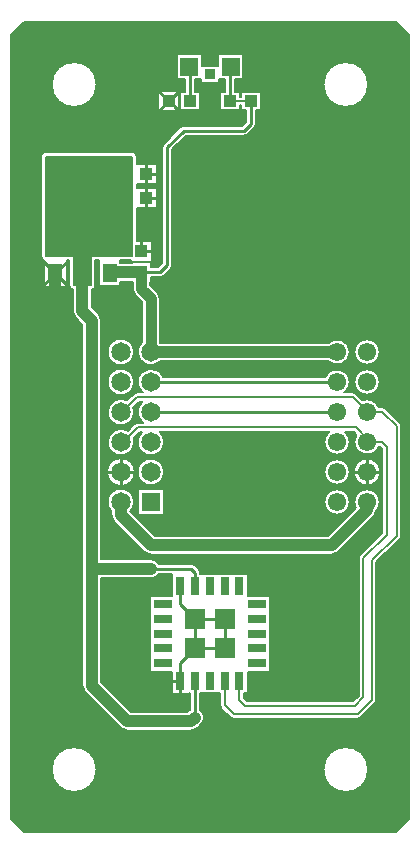
<source format=gbr>
G04 DesignSpark PCB PRO Gerber Version 10.0 Build 5299*
G04 #@! TF.Part,Single*
G04 #@! TF.FileFunction,Copper,L1,Top*
G04 #@! TF.FilePolarity,Positive*
%FSLAX35Y35*%
%MOIN*%
G04 #@! TA.AperFunction,SMDPad,CuDef*
%ADD133R,0.03150X0.05906*%
%ADD119R,0.03937X0.04291*%
%ADD131R,0.04724X0.06299*%
%ADD132R,0.12992X0.12992*%
%ADD137R,0.03543X0.03543*%
%ADD136R,0.05906X0.05906*%
G04 #@! TA.AperFunction,ComponentPad*
%ADD129R,0.06496X0.06496*%
G04 #@! TA.AperFunction,SMDPad,CuDef*
%ADD135R,0.07087X0.07087*%
G04 #@! TD.AperFunction*
%ADD106C,0.00500*%
%ADD108C,0.00787*%
%ADD111C,0.00984*%
%ADD109C,0.01000*%
G04 #@! TA.AperFunction,ViaPad*
%ADD112C,0.03543*%
G04 #@! TD.AperFunction*
%ADD128C,0.03937*%
G04 #@! TA.AperFunction,ComponentPad*
%ADD115C,0.06102*%
%ADD130C,0.06496*%
G04 #@! TA.AperFunction,SMDPad,CuDef*
%ADD134R,0.05906X0.03150*%
%ADD120R,0.04291X0.03937*%
G04 #@! TD.AperFunction*
X0Y0D02*
D02*
D106*
X85965Y246850D02*
X80965D01*
D02*
D108*
X6974Y268984D02*
Y7394D01*
X11331Y3037D01*
X135126D01*
X139482Y7394D01*
Y268984D01*
X135126Y273341D01*
X11331D01*
X6974Y268984D01*
X136546Y139578D02*
G75*
G02*
X137008Y138465I-1113J-1114D01*
G01*
Y101969D01*
G75*
G02*
X136546Y100855I-1575J0D01*
G01*
X128740Y93048D01*
Y47244D01*
G75*
G02*
X128279Y46131I-1575J0D01*
G01*
X123554Y41406D01*
G75*
G02*
X122439Y40945I-1114J1113D01*
G01*
X81105D01*
G75*
G02*
X79989Y41406I-2J1575D01*
G01*
X77036Y44359D01*
G75*
G02*
X76575Y45472I1113J1114D01*
G01*
Y49409D01*
X69783D01*
Y44007D01*
G75*
G02*
X70337Y39111I-1673J-2669D01*
G01*
X69156Y37930D01*
G75*
G02*
X66925Y37008I-2227J2227D01*
G01*
X45669D01*
G75*
G02*
X43439Y37933I0J3150D01*
G01*
X31634Y49739D01*
G75*
G02*
X30709Y51969I2224J2230D01*
G01*
Y172317D01*
X28498Y174528D01*
G75*
G02*
X27576Y176755I2227J2227D01*
G01*
G75*
G02*
Y176756I1327J1D01*
G01*
G75*
G02*
Y176759I1195J2D01*
G01*
Y183904D01*
G75*
G02*
X26378Y185433I377J1529D01*
G01*
Y193701D01*
X25425D01*
Y184850D01*
X17913D01*
Y193816D01*
G75*
G02*
X16929Y195276I591J1460D01*
G01*
Y228346D01*
G75*
G02*
X18504Y229921I1575J0D01*
G01*
X47244D01*
G75*
G02*
X48819Y228346I0J-1575D01*
G01*
Y225803D01*
X55465D01*
Y219079D01*
X48819D01*
Y217929D01*
X55465D01*
Y211205D01*
X48819D01*
Y200346D01*
X53756D01*
Y193268D01*
X47031D01*
Y193701D01*
X43323D01*
Y192957D01*
X47244D01*
Y193134D01*
X53543D01*
Y191437D01*
X56000D01*
X57382Y192819D01*
Y231496D01*
G75*
G02*
X57874Y232681I1673J0D01*
G01*
X63382Y238189D01*
G75*
G02*
X64567Y238681I1185J-1181D01*
G01*
X83953D01*
X85291Y240020D01*
Y243701D01*
X83638D01*
Y245419D01*
X83291D01*
Y243701D01*
X76638D01*
Y250000D01*
X78291D01*
Y254134D01*
X76181D01*
Y252756D01*
X70276D01*
Y254134D01*
X68165D01*
Y250000D01*
X69819D01*
Y243701D01*
X63165D01*
Y250000D01*
X64819D01*
Y254134D01*
X62205D01*
Y262402D01*
X70472D01*
Y258661D01*
X75984D01*
Y262402D01*
X84252D01*
Y254134D01*
X81638D01*
Y250000D01*
X83291D01*
Y248281D01*
X83638D01*
Y250000D01*
X90291D01*
Y243701D01*
X88638D01*
Y239327D01*
G75*
G02*
X88146Y238142I-1673J0D01*
G01*
X85831Y235827D01*
G75*
G02*
X84646Y235335I-1185J1181D01*
G01*
X65260D01*
X60728Y230803D01*
Y192126D01*
G75*
G02*
X60236Y190941I-1673J0D01*
G01*
X57878Y188583D01*
G75*
G02*
X56693Y188091I-1185J1181D01*
G01*
X53543D01*
Y186480D01*
X53346D01*
Y185475D01*
X55630Y183191D01*
G75*
G02*
X56496Y181102I-2087J-2089D01*
G01*
Y166490D01*
G75*
G02*
X56657Y166339I-2951J-3304D01*
G01*
X112763D01*
G75*
G02*
X119823Y163189I2827J-3150D01*
G01*
G75*
G02*
X112763Y160039I-4232J0D01*
G01*
X56657D01*
G75*
G02*
X49114Y163189I-3114J3150D01*
G01*
G75*
G02*
X50591Y166490I4429J0D01*
G01*
Y179879D01*
X48307Y182163D01*
G75*
G02*
X47441Y184252I2087J2089D01*
G01*
Y186480D01*
X47244D01*
Y186657D01*
X43323D01*
Y185063D01*
X36236D01*
Y193701D01*
X35039D01*
Y185433D01*
G75*
G02*
X33875Y183913I-1575J0D01*
G01*
Y178060D01*
X36085Y175849D01*
G75*
G02*
X37008Y173622I-2227J-2227D01*
G01*
G75*
G02*
Y173621I-1327J0D01*
G01*
G75*
G02*
Y173618I-1195J-2D01*
G01*
Y94094D01*
X53543D01*
G75*
G02*
X56212Y92618I0J-3150D01*
G01*
X66929D01*
G75*
G02*
X68114Y92126I0J-1673D01*
G01*
X69488Y90752D01*
G75*
G02*
X69980Y89567I-1181J-1185D01*
G01*
Y89173D01*
X85827D01*
Y81890D01*
X93110D01*
Y56693D01*
X85827D01*
Y49409D01*
X84646D01*
Y47896D01*
X85692Y46850D01*
X121001D01*
X122835Y48684D01*
Y94488D01*
G75*
G02*
X123296Y95602I1575J0D01*
G01*
X130709Y103015D01*
Y130962D01*
X130056Y131614D01*
X129519D01*
G75*
G02*
X121358Y133189I-3928J1575D01*
G01*
G75*
G02*
X122073Y135543I4232J0D01*
G01*
X121119Y136496D01*
X118231D01*
G75*
G02*
X119823Y133189I-2641J-3307D01*
G01*
G75*
G02*
X111358I-4232J0D01*
G01*
G75*
G02*
X112950Y136496I4232J0D01*
G01*
X56489D01*
G75*
G02*
X57972Y133189I-2946J-3307D01*
G01*
G75*
G02*
X49114I-4429J0D01*
G01*
G75*
G02*
X50597Y136496I4429J0D01*
G01*
X49747D01*
X47769Y134518D01*
G75*
G02*
X47972Y133189I-4225J-1328D01*
G01*
G75*
G02*
X39114I-4429J0D01*
G01*
G75*
G02*
X45798Y137001I4429J0D01*
G01*
X47981Y139184D01*
G75*
G02*
X49097Y139646I1114J-1113D01*
G01*
X50886D01*
G75*
G02*
X50688Y146575I2657J3543D01*
G01*
X49589D01*
X47709Y144694D01*
G75*
G02*
X47972Y143189I-4165J-1506D01*
G01*
G75*
G02*
X39114I-4429J0D01*
G01*
G75*
G02*
X45647Y147087I4429J0D01*
G01*
X47824Y149263D01*
G75*
G02*
X48939Y149724I1114J-1113D01*
G01*
X50784D01*
G75*
G02*
X49114Y153189I2759J3465D01*
G01*
G75*
G02*
X57644Y154862I4429J0D01*
G01*
X111703D01*
G75*
G02*
X119823Y153189I3887J-1673D01*
G01*
G75*
G02*
X118021Y149724I-4232J0D01*
G01*
X120746D01*
G75*
G02*
X121861Y149263I2J-1575D01*
G01*
X124010Y147115D01*
G75*
G02*
X129519Y144764I1581J-3926D01*
G01*
X130706D01*
G75*
G02*
X131822Y144302I2J-1575D01*
G01*
X136546Y139578D01*
X38902Y123189D02*
G75*
G02*
X48185I4642J0D01*
G01*
G75*
G02*
X38902I-4642J0D01*
G01*
X121358Y113189D02*
G75*
G02*
X129823I4232J0D01*
G01*
G75*
G02*
X128728Y110348I-4232J0D01*
G01*
G75*
G02*
X127815Y108400I-3137J282D01*
G01*
X116009Y96594D01*
G75*
G02*
X113780Y95669I-2230J2224D01*
G01*
X53543D01*
G75*
G02*
X51313Y96594I0J3150D01*
G01*
X41319Y106589D01*
G75*
G02*
X40394Y108819I2224J2230D01*
G01*
Y110075D01*
G75*
G02*
X39114Y113189I3150J3114D01*
G01*
G75*
G02*
X47972I4429J0D01*
G01*
G75*
G02*
X46717Y110100I-4429J0D01*
G01*
X54848Y101969D01*
X112475D01*
X121804Y111298D01*
G75*
G02*
X121358Y113189I3786J1891D01*
G01*
X39114Y153189D02*
G75*
G02*
X47972I4429J0D01*
G01*
G75*
G02*
X39114I-4429J0D01*
G01*
Y163189D02*
G75*
G02*
X47972I4429J0D01*
G01*
G75*
G02*
X39114I-4429J0D01*
G01*
X121146Y123189D02*
G75*
G02*
X130035I4445J0D01*
G01*
G75*
G02*
X121146I-4445J0D01*
G01*
X111358Y113189D02*
G75*
G02*
X119823I4232J0D01*
G01*
G75*
G02*
X111358I-4232J0D01*
G01*
Y123189D02*
G75*
G02*
X119823I4232J0D01*
G01*
G75*
G02*
X111358I-4232J0D01*
G01*
X49114Y117618D02*
X57972D01*
Y108760D01*
X49114D01*
Y117618D01*
Y123189D02*
G75*
G02*
X57972I4429J0D01*
G01*
G75*
G02*
X49114I-4429J0D01*
G01*
X111024Y24016D02*
G75*
G02*
X125984I7480J0D01*
G01*
G75*
G02*
X111024I-7480J0D01*
G01*
X20472D02*
G75*
G02*
X35433I7480J0D01*
G01*
G75*
G02*
X20472I-7480J0D01*
G01*
Y252362D02*
G75*
G02*
X35433I7480J0D01*
G01*
G75*
G02*
X20472I-7480J0D01*
G01*
X55953Y250213D02*
X63031D01*
Y243488D01*
X55953D01*
Y250213D01*
X111024Y252362D02*
G75*
G02*
X125984I7480J0D01*
G01*
G75*
G02*
X111024I-7480J0D01*
G01*
X121358Y153189D02*
G75*
G02*
X129823I4232J0D01*
G01*
G75*
G02*
X121358I-4232J0D01*
G01*
Y163189D02*
G75*
G02*
X129823I4232J0D01*
G01*
G75*
G02*
X121358I-4232J0D01*
G01*
X7368Y24016D02*
G36*
X7368Y24016D02*
Y7000D01*
X10937Y3431D01*
X135519D01*
X139089Y7000D01*
Y24016D01*
X125984D01*
G75*
G02*
X111024I-7480J0D01*
G01*
X35433D01*
G75*
G02*
X20472I-7480J0D01*
G01*
X7368D01*
G37*
Y106644D02*
G36*
X7368Y106644D02*
Y24016D01*
X20472D01*
G75*
G02*
X35433I7480J0D01*
G01*
X111024D01*
G75*
G02*
X125984I7480J0D01*
G01*
X139089D01*
Y106644D01*
X137008D01*
Y101969D01*
G75*
G02*
X136546Y100855I-1575J0D01*
G01*
X128740Y93048D01*
Y47244D01*
G75*
G02*
X128279Y46131I-1575J0D01*
G01*
X123554Y41406D01*
G75*
G02*
X122439Y40945I-1114J1115D01*
G01*
X81105D01*
G75*
G02*
X79989Y41406I-2J1576D01*
G01*
X77036Y44359D01*
G75*
G02*
X76575Y45472I1114J1114D01*
G01*
Y49409D01*
X69783D01*
Y44007D01*
G75*
G02*
X71260Y41339I-1674J-2669D01*
G01*
G75*
G02*
X70337Y39111I-3150J0D01*
G01*
X69156Y37930D01*
G75*
G02*
X66925Y37008I-2228J2229D01*
G01*
X45669D01*
G75*
G02*
X43439Y37933I0J3151D01*
G01*
X31634Y49739D01*
G75*
G02*
X30709Y51969I2226J2230D01*
G01*
Y106644D01*
X7368D01*
G37*
X37008D02*
G36*
X37008Y106644D02*
Y94094D01*
X53543D01*
G75*
G02*
X56212Y92618I0J-3150D01*
G01*
X66929D01*
G75*
G02*
X68114Y92126I0J-1672D01*
G01*
X69488Y90752D01*
G75*
G02*
X69980Y89567I-1181J-1185D01*
G01*
Y89173D01*
X85827D01*
Y81890D01*
X93110D01*
Y56693D01*
X85827D01*
Y49409D01*
X84646D01*
Y47896D01*
X85692Y46850D01*
X121001D01*
X122835Y48684D01*
Y94488D01*
G75*
G02*
X123296Y95602I1575J0D01*
G01*
X130709Y103015D01*
Y106644D01*
X126059D01*
X116009Y96594D01*
G75*
G02*
X113780Y95669I-2230J2226D01*
G01*
X53543D01*
G75*
G02*
X51313Y96594I0J3151D01*
G01*
X41319Y106589D01*
G75*
G02*
X41265Y106644I2227J2233D01*
G01*
X37008D01*
G37*
X50173D02*
G36*
X50173Y106644D02*
X54848Y101969D01*
X112475D01*
X117150Y106644D01*
X50173D01*
G37*
X7368Y113189D02*
G36*
X7368Y113189D02*
Y106644D01*
X30709D01*
Y113189D01*
X7368D01*
G37*
X37008D02*
G36*
X37008Y113189D02*
Y106644D01*
X41265D01*
G75*
G02*
X40394Y108819I2279J2176D01*
G01*
Y110075D01*
G75*
G02*
X39114Y113189I3149J3114D01*
G01*
Y113189D01*
X37008D01*
G37*
X47972D02*
G36*
X47972Y113189D02*
G75*
G02*
X46717Y110100I-4430J1D01*
G01*
X50173Y106644D01*
X117150D01*
X121804Y111298D01*
G75*
G02*
X121358Y113189I3785J1891D01*
G01*
X119823D01*
G75*
G02*
X111358I-4232J0D01*
G01*
X57972D01*
Y108760D01*
X49114D01*
Y113189D01*
X47972D01*
G37*
X127815Y108400D02*
G36*
X127815Y108400D02*
X126059Y106644D01*
X130709D01*
Y113189D01*
X129823D01*
G75*
G02*
X128728Y110348I-4234J1D01*
G01*
G75*
G02*
X127815Y108400I-3140J283D01*
G01*
G37*
X137008Y113189D02*
G36*
X137008Y113189D02*
Y106644D01*
X139089D01*
Y113189D01*
X137008D01*
G37*
X7368Y123189D02*
G36*
X7368Y123189D02*
Y113189D01*
X30709D01*
Y123189D01*
X7368D01*
G37*
X37008D02*
G36*
X37008Y123189D02*
Y113189D01*
X39114D01*
G75*
G02*
X47972I4429J0D01*
G01*
X49114D01*
Y117618D01*
X57972D01*
Y113189D01*
X111358D01*
G75*
G02*
X119823I4232J0D01*
G01*
X121358D01*
G75*
G02*
X129823I4232J0D01*
G01*
X130709D01*
Y123189D01*
X130035D01*
G75*
G02*
X121146I-4445J0D01*
G01*
X119823D01*
G75*
G02*
X111358I-4232J0D01*
G01*
X57972D01*
G75*
G02*
X49114I-4429J0D01*
G01*
X48185D01*
G75*
G02*
X38902I-4642J0D01*
G01*
X37008D01*
G37*
X137008D02*
G36*
X137008Y123189D02*
Y113189D01*
X139089D01*
Y123189D01*
X137008D01*
G37*
X7368Y149705D02*
G36*
X7368Y149705D02*
Y123189D01*
X30709D01*
Y149705D01*
X7368D01*
G37*
X37008D02*
G36*
X37008Y149705D02*
Y123189D01*
X38902D01*
G75*
G02*
X48185I4642J0D01*
G01*
X49114D01*
G75*
G02*
X57972I4429J0D01*
G01*
X111358D01*
G75*
G02*
X119823I4232J0D01*
G01*
X121146D01*
G75*
G02*
X130035I4445J0D01*
G01*
X130709D01*
Y130962D01*
X130056Y131614D01*
X129519D01*
G75*
G02*
X121358Y133189I-3928J1575D01*
G01*
G75*
G02*
X122073Y135543I4235J0D01*
G01*
X121119Y136496D01*
X118231D01*
G75*
G02*
X119823Y133189I-2641J-3307D01*
G01*
G75*
G02*
X111358I-4232J0D01*
G01*
G75*
G02*
X112950Y136496I4232J0D01*
G01*
X56489D01*
G75*
G02*
X57972Y133189I-2946J-3307D01*
G01*
G75*
G02*
X49114I-4429J0D01*
G01*
G75*
G02*
X50597Y136496I4429J0D01*
G01*
X49747D01*
X47769Y134518D01*
G75*
G02*
X47972Y133190I-4219J-1328D01*
G01*
G75*
G02*
Y133189I-4834J0D01*
G01*
G75*
G02*
X39114I-4429J0D01*
G01*
G75*
G02*
X45798Y137001I4429J0D01*
G01*
X47981Y139184D01*
G75*
G02*
X49097Y139646I1114J-1115D01*
G01*
X50886D01*
G75*
G02*
X49114Y143189I2657J3544D01*
G01*
G75*
G02*
X50688Y146575I4429J0D01*
G01*
X49589D01*
X47709Y144694D01*
G75*
G02*
X47972Y143189I-4167J-1506D01*
G01*
G75*
G02*
X39114I-4429J0D01*
G01*
G75*
G02*
X45647Y147087I4429J0D01*
G01*
X47824Y149263D01*
G75*
G02*
X48689Y149705I1114J-1115D01*
G01*
X46278D01*
G75*
G02*
X40809I-2735J3485D01*
G01*
X37008D01*
G37*
X120996D02*
G36*
X120996Y149705D02*
G75*
G02*
X121861Y149263I-248J-1556D01*
G01*
X124010Y147115D01*
G75*
G02*
X129519Y144764I1581J-3926D01*
G01*
X130706D01*
G75*
G02*
X131822Y144302I2J-1576D01*
G01*
X136546Y139578D01*
G75*
G02*
X137008Y138465I-1114J-1114D01*
G01*
Y123189D01*
X139089D01*
Y149705D01*
X127993D01*
G75*
G02*
X123188I-2402J3484D01*
G01*
X120996D01*
G37*
X7368Y163189D02*
G36*
X7368Y163189D02*
Y149705D01*
X30709D01*
Y163189D01*
X7368D01*
G37*
X37008D02*
G36*
X37008Y163189D02*
Y149705D01*
X40809D01*
G75*
G02*
X39114Y153189I2735J3484D01*
G01*
G75*
G02*
X47972I4429J0D01*
G01*
G75*
G02*
X46278Y149705I-4429J0D01*
G01*
X48689D01*
G75*
G02*
X48939Y149724I248J-1558D01*
G01*
X50784D01*
G75*
G02*
X49114Y153189I2761J3465D01*
G01*
G75*
G02*
X57644Y154862I4429J0D01*
G01*
X111703D01*
G75*
G02*
X119823Y153189I3887J-1673D01*
G01*
Y153189D01*
G75*
G02*
X118021Y149724I-4231J0D01*
G01*
X120746D01*
G75*
G02*
X120996Y149705I2J-1578D01*
G01*
X123188D01*
G75*
G02*
X121358Y153189I2402J3484D01*
G01*
G75*
G02*
X129823I4232J0D01*
G01*
G75*
G02*
X127993Y149705I-4232J0D01*
G01*
X139089D01*
Y163189D01*
X129823D01*
G75*
G02*
X121358I-4232J0D01*
G01*
X119823D01*
G75*
G02*
X112763Y160039I-4232J0D01*
G01*
X56657D01*
G75*
G02*
X49114Y163189I-3114J3150D01*
G01*
X47972D01*
G75*
G02*
X39114I-4429J0D01*
G01*
X37008D01*
G37*
X7368Y246850D02*
G36*
X7368Y246850D02*
Y163189D01*
X30709D01*
Y172317D01*
X28498Y174528D01*
G75*
G02*
X27576Y176755I2227J2227D01*
G01*
Y176755D01*
Y176756D01*
Y176759D01*
Y183904D01*
G75*
G02*
X26378Y185433I377J1529D01*
G01*
Y185433D01*
Y193701D01*
X25425D01*
Y184850D01*
X17913D01*
Y193816D01*
G75*
G02*
X16929Y195275I590J1459D01*
G01*
Y195276D01*
Y228346D01*
G75*
G02*
X18504Y229921I1575J0D01*
G01*
X47244D01*
G75*
G02*
X48819Y228346I0J-1575D01*
G01*
Y225803D01*
X55465D01*
Y219079D01*
X48819D01*
Y217929D01*
X55465D01*
Y211205D01*
X48819D01*
Y200346D01*
X53756D01*
Y193268D01*
X47031D01*
Y193701D01*
X43323D01*
Y192957D01*
X47244D01*
Y193134D01*
X53543D01*
Y191437D01*
X56000D01*
X57382Y192819D01*
Y231496D01*
G75*
G02*
X57874Y232681I1673J0D01*
G01*
X63382Y238189D01*
G75*
G02*
X64567Y238681I1185J-1180D01*
G01*
X83953D01*
X85291Y240020D01*
Y243701D01*
X83638D01*
Y245419D01*
X83291D01*
Y243701D01*
X76638D01*
Y246850D01*
X69819D01*
Y243701D01*
X63165D01*
Y246850D01*
X63031D01*
Y243488D01*
X55953D01*
Y246850D01*
X33010D01*
G75*
G02*
X22896I-5057J5512D01*
G01*
X7368D01*
G37*
X33875Y183913D02*
G36*
X33875Y183913D02*
Y178060D01*
X36085Y175849D01*
G75*
G02*
X37008Y173622I-2227J-2227D01*
G01*
Y173622D01*
Y173621D01*
Y173618D01*
Y163189D01*
X39114D01*
G75*
G02*
X47972I4429J0D01*
G01*
X49114D01*
Y163189D01*
G75*
G02*
X50591Y166490I4428J0D01*
G01*
Y179879D01*
X48307Y182163D01*
G75*
G02*
X47441Y184252I2087J2089D01*
G01*
Y186480D01*
X47244D01*
Y186657D01*
X43323D01*
Y185063D01*
X36236D01*
Y193701D01*
X35039D01*
Y185433D01*
Y185433D01*
G75*
G02*
X33875Y183913I-1574J0D01*
G01*
G37*
X53346Y186480D02*
G36*
X53346Y186480D02*
Y185475D01*
X55630Y183191D01*
G75*
G02*
X56496Y181102I-2087J-2089D01*
G01*
Y166490D01*
G75*
G02*
X56657Y166339I-3259J-3632D01*
G01*
X112763D01*
G75*
G02*
X119823Y163189I2827J-3150D01*
G01*
X121358D01*
G75*
G02*
X129823I4232J0D01*
G01*
X139089D01*
Y246850D01*
X123561D01*
G75*
G02*
X113447I-5057J5512D01*
G01*
X90291D01*
Y243701D01*
X88638D01*
Y239327D01*
G75*
G02*
X88146Y238142I-1673J0D01*
G01*
X85831Y235827D01*
G75*
G02*
X84646Y235335I-1185J1180D01*
G01*
X65260D01*
X60728Y230803D01*
Y192126D01*
G75*
G02*
X60236Y190941I-1673J0D01*
G01*
X57878Y188583D01*
G75*
G02*
X56693Y188091I-1185J1180D01*
G01*
X53543D01*
Y186480D01*
X53346D01*
G37*
X7368Y252362D02*
G36*
X7368Y252362D02*
Y246850D01*
X22896D01*
G75*
G02*
X20472Y252362I5057J5512D01*
G01*
X7368D01*
G37*
X35433D02*
G36*
X35433Y252362D02*
G75*
G02*
X33010Y246850I-7480J0D01*
G01*
X55953D01*
Y250213D01*
X63031D01*
Y246850D01*
X63165D01*
Y250000D01*
X64819D01*
Y252362D01*
X35433D01*
G37*
X68165D02*
G36*
X68165Y252362D02*
Y250000D01*
X69819D01*
Y246850D01*
X76638D01*
Y250000D01*
X78291D01*
Y252362D01*
X68165D01*
G37*
X81638D02*
G36*
X81638Y252362D02*
Y250000D01*
X83291D01*
Y248281D01*
X83638D01*
Y250000D01*
X90291D01*
Y246850D01*
X113447D01*
G75*
G02*
X111024Y252362I5057J5512D01*
G01*
X81638D01*
G37*
X125984D02*
G36*
X125984Y252362D02*
G75*
G02*
X123561Y246850I-7480J0D01*
G01*
X139089D01*
Y252362D01*
X125984D01*
G37*
X7368Y269378D02*
G36*
X7368Y269378D02*
Y252362D01*
X20472D01*
G75*
G02*
X35433I7480J0D01*
G01*
X64819D01*
Y254134D01*
X62205D01*
Y262402D01*
X70472D01*
Y258661D01*
X75984D01*
Y262402D01*
X84252D01*
Y254134D01*
X81638D01*
Y252362D01*
X111024D01*
G75*
G02*
X125984I7480J0D01*
G01*
X139089D01*
Y269378D01*
X135519Y272947D01*
X10937D01*
X7368Y269378D01*
G37*
X68165Y254134D02*
G36*
X68165Y254134D02*
Y252362D01*
X78291D01*
Y254134D01*
X76181D01*
Y252756D01*
X70276D01*
Y254134D01*
X68165D01*
G37*
X27953Y195276D02*
Y185433D01*
X33465D01*
Y195276D01*
X47244D01*
Y228346D01*
X18504D01*
Y195276D01*
X27953D01*
G36*
X27953Y195276D02*
Y185433D01*
X33465D01*
Y195276D01*
X47244D01*
Y228346D01*
X18504D01*
Y195276D01*
X27953D01*
G37*
X37008Y87795D02*
Y53273D01*
X46974Y43307D01*
X65624D01*
X65883Y43566D01*
G75*
G02*
X66437Y44007I2228J-2228D01*
G01*
Y49409D01*
X66354D01*
Y49197D01*
X60417D01*
Y56693D01*
X53346D01*
Y81890D01*
X60417D01*
Y89272D01*
X56212D01*
G75*
G02*
X53543Y87795I-2669J1673D01*
G01*
X37008D01*
G36*
X37008Y87795D02*
Y53273D01*
X46974Y43307D01*
X65624D01*
X65883Y43566D01*
G75*
G02*
X66437Y44007I2228J-2228D01*
G01*
Y49409D01*
X66354D01*
Y49197D01*
X60417D01*
Y56693D01*
X53346D01*
Y81890D01*
X60417D01*
Y89272D01*
X56212D01*
G75*
G02*
X53543Y87795I-2669J1673D01*
G01*
X37008D01*
G37*
X43543Y133189D02*
Y132677D01*
X43701D01*
X49094Y138071D01*
X121772D01*
X126260Y133583D01*
X125591D01*
Y133189D01*
X43543Y143189D02*
Y142520D01*
X43307D01*
X48937Y148150D01*
X120748D01*
X125118Y143780D01*
X125591D01*
Y143189D01*
X78150Y53543D02*
Y45472D01*
X81102Y42520D01*
X122441D01*
X127165Y47244D01*
Y93701D01*
X135433Y101969D01*
Y138465D01*
X130709Y143189D01*
X125591D01*
X83071Y53543D02*
Y47244D01*
X85039Y45276D01*
X121654D01*
X124409Y48031D01*
Y94488D01*
X132283Y102362D01*
Y131614D01*
X130709Y133189D01*
X125591D01*
D02*
D109*
X19661Y187383D02*
X17807Y185529D01*
X19661Y191401D02*
X17807Y193255D01*
X23679Y187383D02*
X25531Y185531D01*
X23679Y191401D02*
X25531Y193254D01*
X40795Y123189D02*
X38795D01*
X43543Y120441D02*
Y118441D01*
Y125937D02*
Y127937D01*
X46291Y123189D02*
X48291D01*
X50394Y198453D02*
Y200453D01*
X51862Y196807D02*
X53862D01*
X51925Y213098D02*
Y211098D01*
Y216035D02*
Y218035D01*
Y220972D02*
Y218972D01*
Y223909D02*
Y225909D01*
X53571Y214567D02*
X55571D01*
X53571Y222441D02*
X55571D01*
X57877Y245235D02*
X56024Y243382D01*
X57877Y248465D02*
X56024Y250319D01*
X61107Y245235D02*
X62961Y243382D01*
X61107Y248465D02*
X62961Y250319D01*
X62311Y53543D02*
X60311D01*
X63386Y51091D02*
Y49091D01*
X123039Y123189D02*
X121039D01*
X125591Y120638D02*
Y118638D01*
Y125740D02*
Y127740D01*
X128142Y123189D02*
X130142D01*
D02*
D111*
X53543Y143189D02*
X115591D01*
X53543Y153189D02*
X115591D01*
X63386Y53543D02*
Y59449D01*
X66732Y62795D01*
X68307D01*
Y64370D01*
X63386Y85039D02*
Y79134D01*
X68307Y74213D01*
X66492Y246850D02*
Y258114D01*
X66339Y258268D01*
X68110Y41339D02*
Y53346D01*
X68307Y53543D01*
Y64370D02*
X78150D01*
X68307Y74213D02*
Y64370D01*
Y74213D02*
X78150D01*
X68307Y85039D02*
Y89567D01*
X66929Y90945D01*
X53543D01*
X78150Y74213D02*
Y64370D01*
X79965Y246850D02*
Y258114D01*
X80118Y258268D01*
X86965Y246850D02*
Y239327D01*
X84646Y237008D01*
X64567D01*
X59055Y231496D01*
Y192126D01*
X56693Y189764D01*
X50437D01*
X50394Y189807D01*
D02*
D112*
X18110Y110630D03*
Y134252D03*
Y157874D03*
X21654Y181102D03*
X33465Y16142D03*
X38976Y181496D03*
X41732Y75197D03*
X52362Y203937D03*
X53543Y51575D03*
Y163189D02*
Y181102D01*
X50394Y184252D01*
Y189807D01*
X59449Y16142D03*
Y265354D03*
X85433Y16142D03*
Y110630D03*
Y130315D03*
Y157874D03*
Y181496D03*
Y228740D03*
Y265354D03*
X111417Y16142D03*
Y51575D03*
Y75197D03*
Y181496D03*
Y205118D03*
Y228740D03*
D02*
D115*
X115591Y113189D03*
Y123189D03*
Y133189D03*
Y143189D03*
Y153189D03*
Y163189D03*
X125591Y113189D03*
Y123189D03*
Y133189D03*
Y143189D03*
Y153189D03*
Y163189D03*
D02*
D119*
X50394Y189807D03*
Y196807D03*
D02*
D120*
X44925Y214567D03*
Y222441D03*
X51925Y214567D03*
Y222441D03*
X59492Y246850D03*
X66492D03*
X79965D03*
X86965D03*
D02*
D128*
X21654Y181102D02*
Y189376D01*
X21670Y189392D01*
X30725D02*
Y176755D01*
X33858Y173622D01*
Y90945D01*
Y51969D01*
X45669Y40157D01*
X66929D01*
X68110Y41339D01*
X43543Y113189D02*
Y108819D01*
X53543Y98819D01*
X113780D01*
X125591Y110630D01*
Y113189D01*
X50394Y189807D02*
X40195D01*
X39780Y189392D01*
X53543Y90945D02*
X33858D01*
X53543Y163189D02*
X115591D01*
D02*
D129*
X53543Y113189D03*
D02*
D130*
X43543D03*
Y123189D03*
Y133189D03*
Y143189D03*
Y153189D03*
Y163189D03*
X53543Y123189D03*
Y133189D03*
Y143189D03*
Y153189D03*
Y163189D03*
D02*
D131*
X21670Y189392D03*
X30725D03*
X39780D03*
D02*
D132*
X30725Y214589D03*
D02*
D133*
X63386Y53543D03*
Y85039D03*
X68307Y53543D03*
Y85039D03*
X73228Y53543D03*
Y85039D03*
X78150Y53543D03*
Y85039D03*
X83071Y53543D03*
Y85039D03*
D02*
D134*
X57480Y59449D03*
Y64370D03*
Y69291D03*
Y74213D03*
Y79134D03*
X88976Y59449D03*
Y64370D03*
Y69291D03*
Y74213D03*
Y79134D03*
D02*
D135*
X68307Y64370D03*
Y74213D03*
X78150Y64370D03*
Y74213D03*
D02*
D136*
X66339Y258268D03*
X80118D03*
D02*
D137*
X73228Y255709D03*
X0Y0D02*
M02*

</source>
